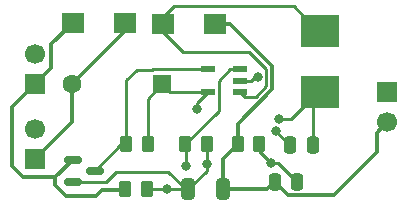
<source format=gbr>
%TF.GenerationSoftware,KiCad,Pcbnew,9.0.5*%
%TF.CreationDate,2025-11-28T10:22:16-08:00*%
%TF.ProjectId,project3_tiny_solar_power_supply,70726f6a-6563-4743-935f-74696e795f73,rev?*%
%TF.SameCoordinates,Original*%
%TF.FileFunction,Copper,L1,Top*%
%TF.FilePolarity,Positive*%
%FSLAX46Y46*%
G04 Gerber Fmt 4.6, Leading zero omitted, Abs format (unit mm)*
G04 Created by KiCad (PCBNEW 9.0.5) date 2025-11-28 10:22:16*
%MOMM*%
%LPD*%
G01*
G04 APERTURE LIST*
G04 Aperture macros list*
%AMRoundRect*
0 Rectangle with rounded corners*
0 $1 Rounding radius*
0 $2 $3 $4 $5 $6 $7 $8 $9 X,Y pos of 4 corners*
0 Add a 4 corners polygon primitive as box body*
4,1,4,$2,$3,$4,$5,$6,$7,$8,$9,$2,$3,0*
0 Add four circle primitives for the rounded corners*
1,1,$1+$1,$2,$3*
1,1,$1+$1,$4,$5*
1,1,$1+$1,$6,$7*
1,1,$1+$1,$8,$9*
0 Add four rect primitives between the rounded corners*
20,1,$1+$1,$2,$3,$4,$5,0*
20,1,$1+$1,$4,$5,$6,$7,0*
20,1,$1+$1,$6,$7,$8,$9,0*
20,1,$1+$1,$8,$9,$2,$3,0*%
G04 Aperture macros list end*
%TA.AperFunction,SMDPad,CuDef*%
%ADD10RoundRect,0.250000X0.262500X0.450000X-0.262500X0.450000X-0.262500X-0.450000X0.262500X-0.450000X0*%
%TD*%
%TA.AperFunction,SMDPad,CuDef*%
%ADD11RoundRect,0.150000X-0.587500X-0.150000X0.587500X-0.150000X0.587500X0.150000X-0.587500X0.150000X0*%
%TD*%
%TA.AperFunction,ComponentPad*%
%ADD12R,1.700000X1.700000*%
%TD*%
%TA.AperFunction,ComponentPad*%
%ADD13C,1.700000*%
%TD*%
%TA.AperFunction,ComponentPad*%
%ADD14RoundRect,0.250000X0.550000X0.550000X-0.550000X0.550000X-0.550000X-0.550000X0.550000X-0.550000X0*%
%TD*%
%TA.AperFunction,ComponentPad*%
%ADD15C,1.600000*%
%TD*%
%TA.AperFunction,SMDPad,CuDef*%
%ADD16RoundRect,0.250000X-0.262500X-0.450000X0.262500X-0.450000X0.262500X0.450000X-0.262500X0.450000X0*%
%TD*%
%TA.AperFunction,SMDPad,CuDef*%
%ADD17RoundRect,0.250000X0.325000X0.650000X-0.325000X0.650000X-0.325000X-0.650000X0.325000X-0.650000X0*%
%TD*%
%TA.AperFunction,SMDPad,CuDef*%
%ADD18RoundRect,0.250000X0.250000X0.475000X-0.250000X0.475000X-0.250000X-0.475000X0.250000X-0.475000X0*%
%TD*%
%TA.AperFunction,SMDPad,CuDef*%
%ADD19R,3.302000X2.667000*%
%TD*%
%TA.AperFunction,SMDPad,CuDef*%
%ADD20R,1.879600X1.701800*%
%TD*%
%TA.AperFunction,SMDPad,CuDef*%
%ADD21RoundRect,0.250000X-0.250000X-0.475000X0.250000X-0.475000X0.250000X0.475000X-0.250000X0.475000X0*%
%TD*%
%TA.AperFunction,SMDPad,CuDef*%
%ADD22R,1.181100X0.558800*%
%TD*%
%TA.AperFunction,ViaPad*%
%ADD23C,0.800000*%
%TD*%
%TA.AperFunction,Conductor*%
%ADD24C,0.250000*%
%TD*%
%TA.AperFunction,Conductor*%
%ADD25C,0.350000*%
%TD*%
G04 APERTURE END LIST*
D10*
%TO.P,R3,2*%
%TO.N,Net-(Q1-D)*%
X135667696Y-108863400D03*
%TO.P,R3,1*%
%TO.N,Net-(J3-Pin_1)*%
X137492696Y-108863400D03*
%TD*%
D11*
%TO.P,Q1,1,G*%
%TO.N,/SOLAR_P*%
X131142696Y-110138400D03*
%TO.P,Q1,2,S*%
%TO.N,GNDD*%
X131142696Y-112038400D03*
%TO.P,Q1,3,D*%
%TO.N,Net-(Q1-D)*%
X133017696Y-111088400D03*
%TD*%
D12*
%TO.P,J4,1,Pin_1*%
%TO.N,/SOLAR_P*%
X127925196Y-103770900D03*
D13*
%TO.P,J4,2,Pin_2*%
%TO.N,GNDD*%
X127925196Y-101230900D03*
%TD*%
D14*
%TO.P,J3,1,Pin_1*%
%TO.N,Net-(J3-Pin_1)*%
X138720196Y-103770900D03*
D15*
%TO.P,J3,2,Pin_2*%
%TO.N,/BAT_P*%
X131100196Y-103770900D03*
%TD*%
D16*
%TO.P,R1,1*%
%TO.N,/OUT_P*%
X145112696Y-108863400D03*
%TO.P,R1,2*%
%TO.N,Net-(U1-FB)*%
X146937696Y-108863400D03*
%TD*%
D12*
%TO.P,J1,1,Pin_1*%
%TO.N,GNDD*%
X157770196Y-104405900D03*
D13*
%TO.P,J1,2,Pin_2*%
%TO.N,/OUT_P*%
X157770196Y-106945900D03*
%TD*%
D17*
%TO.P,C2,1*%
%TO.N,/OUT_P*%
X143842696Y-112673400D03*
%TO.P,C2,2*%
%TO.N,GNDD*%
X140892696Y-112673400D03*
%TD*%
D18*
%TO.P,C1,1*%
%TO.N,Net-(J3-Pin_1)*%
X151457696Y-108893400D03*
%TO.P,C1,2*%
%TO.N,GNDD*%
X149557696Y-108893400D03*
%TD*%
D19*
%TO.P,L1,1,1*%
%TO.N,Net-(U1-SW)*%
X152055196Y-99275100D03*
%TO.P,L1,2,2*%
%TO.N,Net-(J3-Pin_1)*%
X152055196Y-104405900D03*
%TD*%
D20*
%TO.P,CR1,1*%
%TO.N,/OUT_P*%
X143182296Y-98703400D03*
%TO.P,CR1,2*%
%TO.N,Net-(U1-SW)*%
X138762696Y-98703400D03*
%TD*%
D21*
%TO.P,C3,1*%
%TO.N,/OUT_P*%
X148250196Y-112025900D03*
%TO.P,C3,2*%
%TO.N,Net-(U1-FB)*%
X150150196Y-112025900D03*
%TD*%
D22*
%TO.P,U1,1,SW*%
%TO.N,Net-(U1-SW)*%
X145303196Y-104413402D03*
%TO.P,U1,2,GND*%
%TO.N,GNDD*%
X145303196Y-103463401D03*
%TO.P,U1,3,FB*%
%TO.N,Net-(U1-FB)*%
X145303196Y-102513400D03*
%TO.P,U1,4,~{SHDN}*%
%TO.N,Net-(Q1-D)*%
X142572696Y-102513400D03*
%TO.P,U1,5,VIN*%
%TO.N,Net-(J3-Pin_1)*%
X142572696Y-104413402D03*
%TD*%
D12*
%TO.P,J2,1,Pin_1*%
%TO.N,/BAT_P*%
X127925196Y-110120900D03*
D13*
%TO.P,J2,2,Pin_2*%
%TO.N,GNDD*%
X127925196Y-107580900D03*
%TD*%
D16*
%TO.P,R2,1*%
%TO.N,Net-(U1-FB)*%
X140667696Y-108863400D03*
%TO.P,R2,2*%
%TO.N,GNDD*%
X142492696Y-108863400D03*
%TD*%
D20*
%TO.P,CR2,1*%
%TO.N,/BAT_P*%
X135587696Y-98538300D03*
%TO.P,CR2,2*%
%TO.N,/SOLAR_P*%
X131168096Y-98538300D03*
%TD*%
D16*
%TO.P,R4,1*%
%TO.N,/SOLAR_P*%
X135587696Y-112673400D03*
%TO.P,R4,2*%
%TO.N,GNDD*%
X137412696Y-112673400D03*
%TD*%
D23*
%TO.N,Net-(J3-Pin_1)*%
X141615796Y-105879100D03*
X148626196Y-106742700D03*
%TO.N,GNDD*%
X148321396Y-107758700D03*
X142492696Y-110515900D03*
X146783596Y-103135900D03*
X139140196Y-112673400D03*
%TO.N,Net-(U1-FB)*%
X147935196Y-110420900D03*
X140701396Y-110654300D03*
%TD*%
D24*
%TO.N,Net-(J3-Pin_1)*%
X137492696Y-104998400D02*
X138720196Y-103770900D01*
X141615796Y-105370302D02*
X142572696Y-104413402D01*
X150827696Y-105557200D02*
X149642196Y-106742700D01*
X139362698Y-104413402D02*
X138720196Y-103770900D01*
X151457696Y-108893400D02*
X151457696Y-105048400D01*
X141615796Y-105879100D02*
X141615796Y-105370302D01*
X137492696Y-108863400D02*
X137492696Y-104998400D01*
X149642196Y-106742700D02*
X148626196Y-106742700D01*
X142572696Y-104413402D02*
X139362698Y-104413402D01*
X151457696Y-105048400D02*
X150827696Y-104418400D01*
X150827696Y-104418400D02*
X150827696Y-105557200D01*
%TO.N,GNDD*%
X131142696Y-112038400D02*
X133932496Y-112038400D01*
X149557696Y-108893400D02*
X149456096Y-108893400D01*
X142492696Y-110515900D02*
X142492696Y-111073400D01*
X142492696Y-108863400D02*
X142492696Y-110515900D01*
X146783596Y-103135900D02*
X146536596Y-103135900D01*
X133932496Y-112038400D02*
X134808596Y-111162300D01*
X137412696Y-112673400D02*
X139140196Y-112673400D01*
X140688496Y-112673400D02*
X140892696Y-112673400D01*
X146536596Y-103135900D02*
X146209095Y-103463401D01*
X134808596Y-111162300D02*
X139177396Y-111162300D01*
X146209095Y-103463401D02*
X145303196Y-103463401D01*
X142492696Y-111073400D02*
X140892696Y-112673400D01*
X139177396Y-111162300D02*
X140688496Y-112673400D01*
X149456096Y-108893400D02*
X148321396Y-107758700D01*
X139140196Y-112673400D02*
X140892696Y-112673400D01*
D25*
%TO.N,/OUT_P*%
X144472096Y-98703400D02*
X148016596Y-102247900D01*
X156855796Y-107860300D02*
X157770196Y-106945900D01*
X148016596Y-104202700D02*
X145112696Y-107106600D01*
X156855796Y-109485900D02*
X156855796Y-107860300D01*
X148016596Y-102247900D02*
X148016596Y-104202700D01*
X153214796Y-113126900D02*
X156855796Y-109485900D01*
X147602696Y-112673400D02*
X143842696Y-112673400D01*
X145112696Y-107106600D02*
X145112696Y-108863400D01*
X143182296Y-98703400D02*
X144472096Y-98703400D01*
X148250196Y-112025900D02*
X149351196Y-113126900D01*
X148250196Y-112025900D02*
X147602696Y-112673400D01*
X149351196Y-113126900D02*
X153214796Y-113126900D01*
X143842696Y-110133400D02*
X145112696Y-108863400D01*
X143842696Y-112673400D02*
X143842696Y-110133400D01*
D24*
%TO.N,Net-(U1-FB)*%
X140667696Y-108863400D02*
X143489246Y-106041850D01*
X140701396Y-108897100D02*
X140667696Y-108863400D01*
X147935196Y-110420900D02*
X146937696Y-109423400D01*
X143489246Y-103486800D02*
X144462646Y-102513400D01*
X146937696Y-109423400D02*
X146937696Y-108863400D01*
X147935196Y-110420900D02*
X148545196Y-110420900D01*
X143489246Y-106041850D02*
X143489246Y-103486800D01*
X148545196Y-110420900D02*
X150150196Y-112025900D01*
X140701396Y-110654300D02*
X140701396Y-108897100D01*
X144462646Y-102513400D02*
X145303196Y-102513400D01*
%TO.N,Net-(U1-SW)*%
X139701104Y-97155000D02*
X138762696Y-98093408D01*
X140451604Y-101002300D02*
X138762696Y-99313392D01*
X146062476Y-101002300D02*
X140451604Y-101002300D01*
X147508596Y-102448420D02*
X146062476Y-101002300D01*
X145303196Y-104413402D02*
X145702094Y-104812300D01*
X138762696Y-99313392D02*
X138762696Y-98703400D01*
X147508596Y-103948700D02*
X147508596Y-102448420D01*
X150827696Y-99287600D02*
X150827696Y-98123800D01*
X138762696Y-98093408D02*
X138762696Y-98703400D01*
X145702094Y-104812300D02*
X146644996Y-104812300D01*
X149858896Y-97155000D02*
X139701104Y-97155000D01*
X150827696Y-98123800D02*
X149858896Y-97155000D01*
X146644996Y-104812300D02*
X147508596Y-103948700D01*
D25*
%TO.N,/SOLAR_P*%
X133132196Y-113194300D02*
X130541396Y-113194300D01*
X129322196Y-100384200D02*
X129322196Y-102373900D01*
X130541396Y-113194300D02*
X129661596Y-112314500D01*
X135546696Y-112714400D02*
X133612096Y-112714400D01*
X135587696Y-112673400D02*
X135546696Y-112714400D01*
X133612096Y-112714400D02*
X133132196Y-113194300D01*
X129322196Y-102373900D02*
X127925196Y-103770900D01*
X129661596Y-112314500D02*
X129661596Y-111619500D01*
X131168096Y-98538300D02*
X129322196Y-100384200D01*
X131142696Y-110138400D02*
X129661596Y-111619500D01*
%TO.N,/BAT_P*%
X127925196Y-110120900D02*
X131100196Y-106945900D01*
X135587696Y-99283400D02*
X135587696Y-98538300D01*
X131100196Y-106945900D02*
X131100196Y-103770900D01*
X131100196Y-103770900D02*
X135587696Y-99283400D01*
D24*
%TO.N,Net-(Q1-D)*%
X137881596Y-102526300D02*
X137894496Y-102513400D01*
X137894496Y-102513400D02*
X142572696Y-102513400D01*
X135667696Y-108863400D02*
X135667696Y-103445200D01*
X136586596Y-102526300D02*
X137881596Y-102526300D01*
X133017696Y-111088400D02*
X135242696Y-108863400D01*
X135242696Y-108863400D02*
X135667696Y-108863400D01*
X135667696Y-103445200D02*
X136586596Y-102526300D01*
D25*
%TO.N,/SOLAR_P*%
X125969396Y-105726700D02*
X127925196Y-103770900D01*
X125969396Y-110654300D02*
X125969396Y-105726700D01*
X126934596Y-111619500D02*
X125969396Y-110654300D01*
X129661596Y-111619500D02*
X126934596Y-111619500D01*
%TD*%
M02*

</source>
